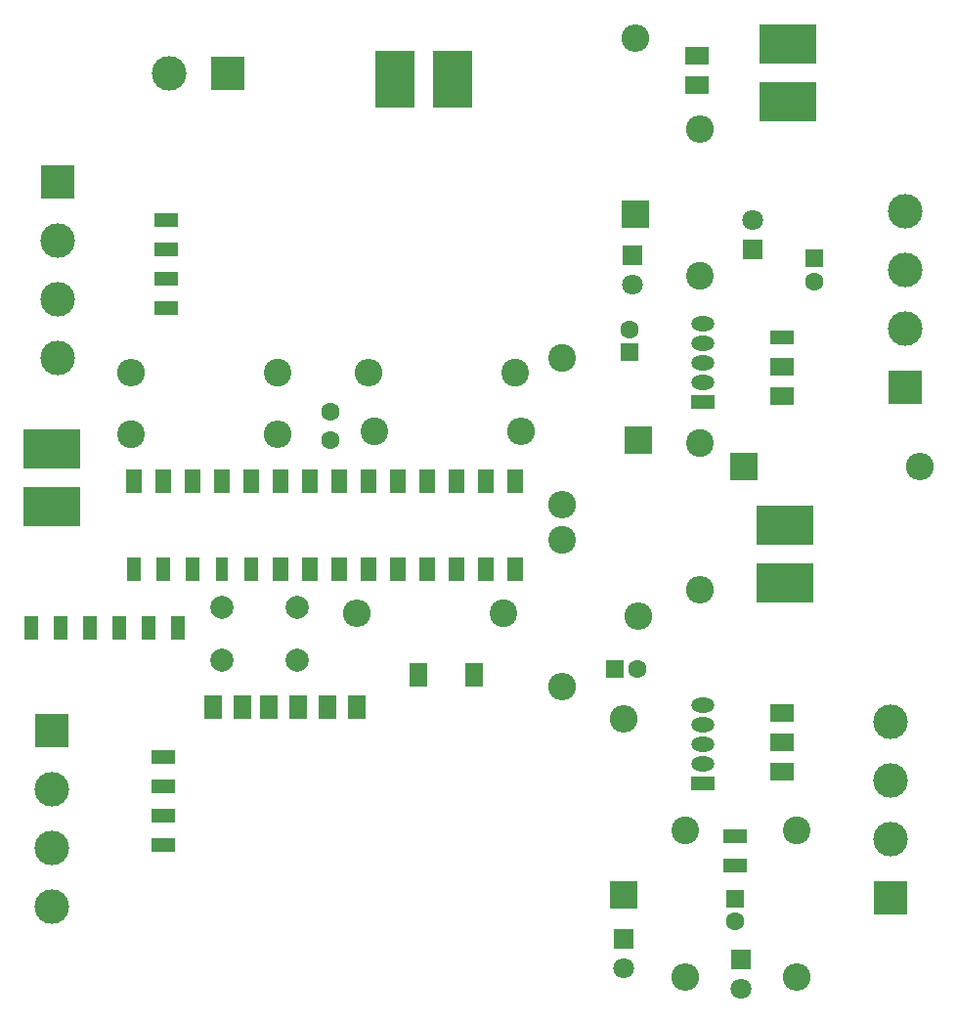
<source format=gbr>
G04 #@! TF.GenerationSoftware,KiCad,Pcbnew,(5.1.2)-2*
G04 #@! TF.CreationDate,2020-01-26T17:34:48+07:00*
G04 #@! TF.ProjectId,power_electronic,706f7765-725f-4656-9c65-6374726f6e69,rev?*
G04 #@! TF.SameCoordinates,Original*
G04 #@! TF.FileFunction,Copper,L1,Top*
G04 #@! TF.FilePolarity,Positive*
%FSLAX46Y46*%
G04 Gerber Fmt 4.6, Leading zero omitted, Abs format (unit mm)*
G04 Created by KiCad (PCBNEW (5.1.2)-2) date 2020-01-26 17:34:48*
%MOMM*%
%LPD*%
G04 APERTURE LIST*
%ADD10R,5.000000X3.500000*%
%ADD11R,1.600000X1.600000*%
%ADD12C,1.600000*%
%ADD13R,1.600000X2.000000*%
%ADD14R,2.400000X2.400000*%
%ADD15O,2.400000X2.400000*%
%ADD16C,1.800000*%
%ADD17R,1.800000X1.800000*%
%ADD18R,3.000000X3.000000*%
%ADD19C,3.000000*%
%ADD20R,2.000000X1.200000*%
%ADD21R,1.200000X2.000000*%
%ADD22R,2.000000X1.300000*%
%ADD23R,2.000000X1.600000*%
%ADD24C,2.400000*%
%ADD25R,3.500000X5.000000*%
%ADD26R,2.000000X1.275000*%
%ADD27O,2.000000X1.275000*%
%ADD28R,1.400000X2.000000*%
%ADD29R,1.000000X2.000000*%
%ADD30C,2.000000*%
G04 APERTURE END LIST*
D10*
X92710000Y-86614000D03*
X92710000Y-91614000D03*
D11*
X141478000Y-105664000D03*
D12*
X143478000Y-105664000D03*
X142748000Y-76232000D03*
D11*
X142748000Y-78232000D03*
D12*
X151892000Y-127508000D03*
D11*
X151892000Y-125508000D03*
X158750000Y-70104000D03*
D12*
X158750000Y-72104000D03*
D13*
X109220000Y-108966000D03*
X106720000Y-108966000D03*
D12*
X116840000Y-83352000D03*
X116840000Y-85852000D03*
D13*
X111546000Y-108966000D03*
X114046000Y-108966000D03*
X119126000Y-108966000D03*
X116626000Y-108966000D03*
D14*
X143510000Y-85852000D03*
D15*
X143510000Y-101092000D03*
X143256000Y-51054000D03*
D14*
X143256000Y-66294000D03*
D16*
X152400000Y-133350000D03*
D17*
X152400000Y-130810000D03*
D16*
X143002000Y-72390000D03*
D17*
X143002000Y-69850000D03*
X142240000Y-129032000D03*
D16*
X142240000Y-131572000D03*
D17*
X153416000Y-69342000D03*
D16*
X153416000Y-66802000D03*
D18*
X107950000Y-54102000D03*
D19*
X102870000Y-54102000D03*
X166624000Y-76200000D03*
X166624000Y-71120000D03*
D18*
X166624000Y-81280000D03*
D19*
X166624000Y-66040000D03*
X93218000Y-78740000D03*
D18*
X93218000Y-63500000D03*
D19*
X93218000Y-73660000D03*
X93218000Y-68580000D03*
X92710000Y-116078000D03*
X92710000Y-121158000D03*
D18*
X92710000Y-110998000D03*
D19*
X92710000Y-126238000D03*
X165354000Y-110236000D03*
D18*
X165354000Y-125476000D03*
D19*
X165354000Y-115316000D03*
X165354000Y-120396000D03*
D20*
X102362000Y-113284000D03*
X102362000Y-115824000D03*
X102362000Y-118364000D03*
X102362000Y-120904000D03*
D21*
X90932000Y-102108000D03*
X93472000Y-102108000D03*
X96012000Y-102108000D03*
X98552000Y-102108000D03*
X101092000Y-102108000D03*
X103632000Y-102108000D03*
D20*
X102616000Y-74422000D03*
X102616000Y-71882000D03*
X102616000Y-69342000D03*
X102616000Y-66802000D03*
D22*
X151892000Y-122682000D03*
X151892000Y-120142000D03*
D23*
X148590000Y-55118000D03*
X148590000Y-52578000D03*
D24*
X136906000Y-94488000D03*
D15*
X136906000Y-107188000D03*
X136906000Y-91440000D03*
D24*
X136906000Y-78740000D03*
X157226000Y-119634000D03*
D15*
X157226000Y-132334000D03*
X148844000Y-98806000D03*
D24*
X148844000Y-86106000D03*
X147574000Y-119634000D03*
D15*
X147574000Y-132334000D03*
X148844000Y-58928000D03*
D24*
X148844000Y-71628000D03*
D15*
X119126000Y-100838000D03*
D24*
X131826000Y-100838000D03*
D15*
X133350000Y-85090000D03*
D24*
X120650000Y-85090000D03*
X132842000Y-80010000D03*
D15*
X120142000Y-80010000D03*
D24*
X99568000Y-85344000D03*
D15*
X112268000Y-85344000D03*
D24*
X112268000Y-80010000D03*
D15*
X99568000Y-80010000D03*
D23*
X155956000Y-114554000D03*
X155956000Y-112014000D03*
X155956000Y-109474000D03*
X155956000Y-82042000D03*
X155956000Y-79502000D03*
D22*
X155956000Y-76962000D03*
D25*
X127428000Y-54610000D03*
X122428000Y-54610000D03*
D10*
X156464000Y-51562000D03*
X156464000Y-56562000D03*
X156210000Y-93218000D03*
X156210000Y-98218000D03*
D26*
X149098000Y-115570000D03*
D27*
X149098000Y-113870000D03*
X149098000Y-112170000D03*
X149098000Y-110470000D03*
X149098000Y-108770000D03*
X149098000Y-75750000D03*
X149098000Y-77450000D03*
X149098000Y-79150000D03*
X149098000Y-80850000D03*
D26*
X149098000Y-82550000D03*
D21*
X99822000Y-97028000D03*
D28*
X132842000Y-89408000D03*
D21*
X102362000Y-97028000D03*
D28*
X130302000Y-89408000D03*
D21*
X104902000Y-97028000D03*
D28*
X127762000Y-89408000D03*
D29*
X107442000Y-97028000D03*
D28*
X125222000Y-89408000D03*
D21*
X109982000Y-97028000D03*
D28*
X122682000Y-89408000D03*
X112522000Y-97028000D03*
X120142000Y-89408000D03*
X115062000Y-97028000D03*
X117602000Y-89408000D03*
X117602000Y-97028000D03*
X115062000Y-89408000D03*
X120142000Y-97028000D03*
X112522000Y-89408000D03*
X122682000Y-97028000D03*
X109982000Y-89408000D03*
X125222000Y-97028000D03*
X107442000Y-89408000D03*
X127762000Y-97028000D03*
X104902000Y-89408000D03*
X130302000Y-97028000D03*
X102362000Y-89408000D03*
X132842000Y-97028000D03*
X99822000Y-89408000D03*
D13*
X124460000Y-106172000D03*
X129340000Y-106172000D03*
D30*
X107442000Y-104830000D03*
X107442000Y-100330000D03*
X113942000Y-104830000D03*
X113942000Y-100330000D03*
D15*
X142240000Y-109982000D03*
D14*
X142240000Y-125222000D03*
X152654000Y-88138000D03*
D15*
X167894000Y-88138000D03*
M02*

</source>
